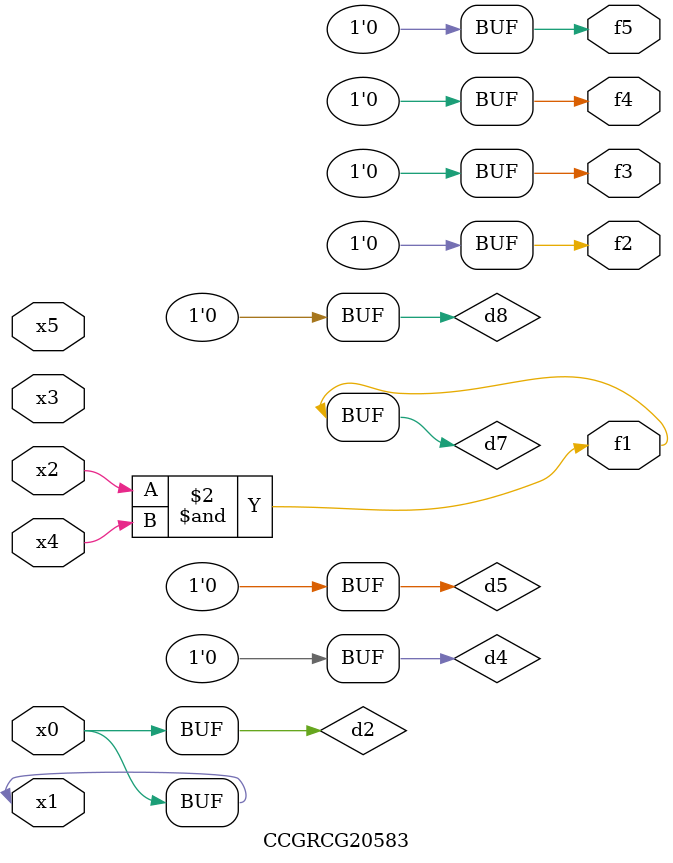
<source format=v>
module CCGRCG20583(
	input x0, x1, x2, x3, x4, x5,
	output f1, f2, f3, f4, f5
);

	wire d1, d2, d3, d4, d5, d6, d7, d8, d9;

	nand (d1, x1);
	buf (d2, x0, x1);
	nand (d3, x2, x4);
	and (d4, d1, d2);
	and (d5, d1, d2);
	nand (d6, d1, d3);
	not (d7, d3);
	xor (d8, d5);
	nor (d9, d5, d6);
	assign f1 = d7;
	assign f2 = d8;
	assign f3 = d8;
	assign f4 = d8;
	assign f5 = d8;
endmodule

</source>
